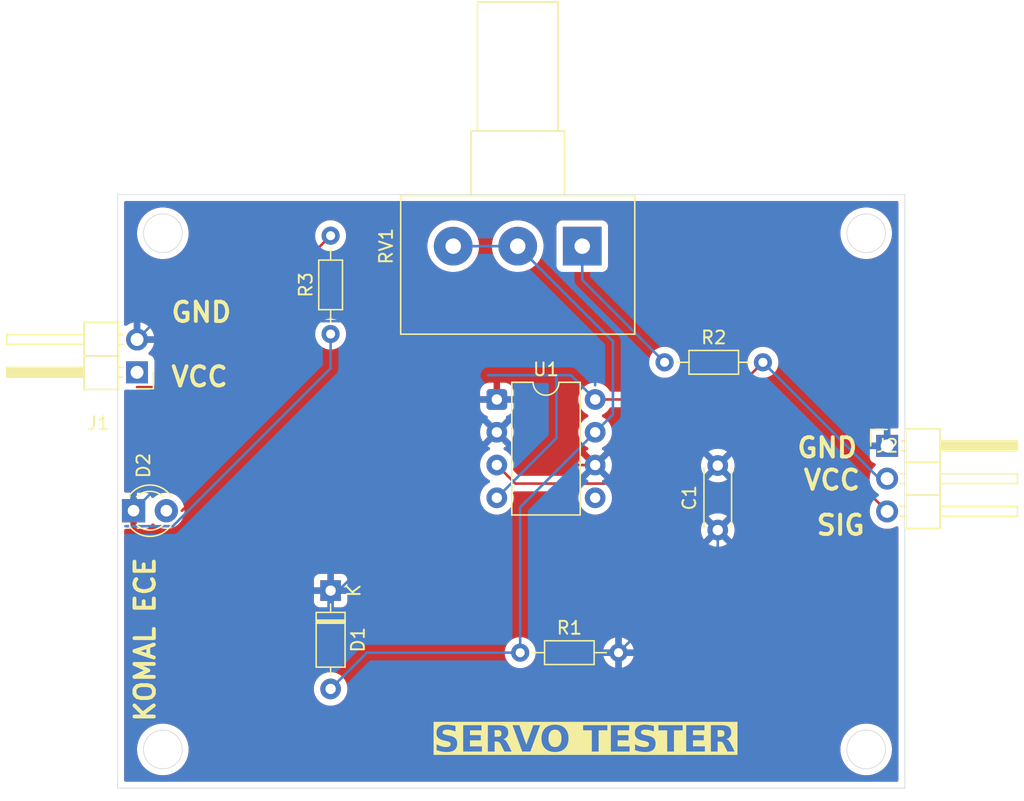
<source format=kicad_pcb>
(kicad_pcb (version 20241229) (generator "pcbnew") (generator_version "9.0")
  (layers (0 "F.Cu" signal) (2 "B.Cu" signal) (13 "F.Paste" user) (15 "B.Paste" user) (5 "F.SilkS" user "F.Silkscreen") (7 "B.SilkS" user "B.Silkscreen") (1 "F.Mask" user) (3 "B.Mask" user) (25 "Edge.Cuts" user))
  (net 0 "")
  (net 1 "GND")
  (net 2 "Net-(D1-A)")
  (net 3 "Net-(D2-A)")
  (net 4 "/VCC")
  (net 5 "/SIG")
  (net 6 "Net-(R2-Pad1)")
  (footprint "Resistor_THT:R_Axial_DIN0204_L3.6mm_D1.6mm_P7.62mm_Horizontal" (layer "F.Cu") (at 140.69 109.5)
    (property "Reference" "R1" (at 3.81 -1.92 0) (layer "F.SilkS"))
    (property "Value" "3M3")
    (fp_line (start 0.94 0) (end 1.89 0) (stroke (width 0.12)) (layer "F.SilkS"))
    (fp_line (start 1.89 -0.92) (end 1.89 0.92) (stroke (width 0.12)) (layer "F.SilkS"))
    (fp_line (start 1.89 0.92) (end 5.73 0.92) (stroke (width 0.12)) (layer "F.SilkS"))
    (fp_line (start 5.73 -0.92) (end 1.89 -0.92) (stroke (width 0.12)) (layer "F.SilkS"))
    (fp_line (start 5.73 0.92) (end 5.73 -0.92) (stroke (width 0.12)) (layer "F.SilkS"))
    (fp_line (start 6.68 0) (end 5.73 0) (stroke (width 0.12)) (layer "F.SilkS"))
    (pad "1" thru_hole circle (at 0 0) (size 1.4 1.4) (drill 0.7) (layers "*.Cu" "*.Mask") (net 2 "Net-(D1-A)"))
    (pad "2" thru_hole oval (at 7.62 0) (size 1.4 1.4) (drill 0.7) (layers "*.Cu" "*.Mask") (net 1 "GND"))
  )
  (footprint "Package_DIP:DIP-8_W7.62mm" (layer "F.Cu") (at 138.88 89.88)
    (property "Reference" "U1" (at 3.81 -2.33 0) (layer "F.SilkS"))
    (property "Value" "NE555P")
    (fp_line (start 1.16 -1.33) (end 1.16 8.95) (stroke (width 0.12)) (layer "F.SilkS"))
    (fp_line (start 1.16 8.95) (end 6.46 8.95) (stroke (width 0.12)) (layer "F.SilkS"))
    (fp_line (start 2.81 -1.33) (end 1.16 -1.33) (stroke (width 0.12)) (layer "F.SilkS"))
    (fp_line (start 6.46 -1.33) (end 4.81 -1.33) (stroke (width 0.12)) (layer "F.SilkS"))
    (fp_line (start 6.46 8.95) (end 6.46 -1.33) (stroke (width 0.12)) (layer "F.SilkS"))
    (fp_arc (start 4.81 -1.33) (mid 3.81 -0.33) (end 2.81 -1.33) (stroke (width 0.12)) (layer "F.SilkS"))
    (pad "1" thru_hole roundrect (at 0 0) (size 1.6 1.6) (drill 0.8) (layers "*.Cu" "*.Mask") (roundrect_rratio 0.15625) (net 1 "GND"))
    (pad "2" thru_hole circle (at 0 2.54) (size 1.6 1.6) (drill 0.8) (layers "*.Cu" "*.Mask") (net 1 "GND"))
    (pad "3" thru_hole circle (at 0 5.08) (size 1.6 1.6) (drill 0.8) (layers "*.Cu" "*.Mask") (net 5 "/SIG"))
    (pad "4" thru_hole circle (at 0 7.62) (size 1.6 1.6) (drill 0.8) (layers "*.Cu" "*.Mask") (net 4 "/VCC"))
    (pad "5" thru_hole circle (at 7.62 7.62) (size 1.6 1.6) (drill 0.8) (layers "*.Cu" "*.Mask"))
    (pad "6" thru_hole circle (at 7.62 5.08) (size 1.6 1.6) (drill 0.8) (layers "*.Cu" "*.Mask") (net 1 "GND"))
    (pad "7" thru_hole circle (at 7.62 2.54) (size 1.6 1.6) (drill 0.8) (layers "*.Cu" "*.Mask") (net 2 "Net-(D1-A)"))
    (pad "8" thru_hole circle (at 7.62 0) (size 1.6 1.6) (drill 0.8) (layers "*.Cu" "*.Mask") (net 4 "/VCC"))
  )
  (footprint "Connector_PinHeader_2.54mm:PinHeader_1x02_P2.54mm_Horizontal" (layer "F.Cu") (at 111 87.775 180)
    (property "Reference" "J1" (at 3 -3.96 0) (layer "F.SilkS"))
    (property "Value" "Conn_01x02_Pin")
    (fp_line (start 10.1 2.92) (end 4.1 2.92) (stroke (width 0.12)) (layer "F.SilkS"))
    (fp_line (start 10.1 2.16) (end 10.1 2.92) (stroke (width 0.12)) (layer "F.SilkS"))
    (fp_line (start 10.1 0.38) (end 4.1 0.38) (stroke (width 0.12)) (layer "F.SilkS"))
    (fp_line (start 10.1 -0.38) (end 10.1 0.38) (stroke (width 0.12)) (layer "F.SilkS"))
    (fp_line (start 4.1 3.87) (end 4.1 -1.33) (stroke (width 0.12)) (layer "F.SilkS"))
    (fp_line (start 4.1 2.16) (end 10.1 2.16) (stroke (width 0.12)) (layer "F.SilkS"))
    (fp_line (start 4.1 0.28) (end 10.1 0.28) (stroke (width 0.12)) (layer "F.SilkS"))
    (fp_line (start 4.1 0.16) (end 10.1 0.16) (stroke (width 0.12)) (layer "F.SilkS"))
    (fp_line (start 4.1 0.04) (end 10.1 0.04) (stroke (width 0.12)) (layer "F.SilkS"))
    (fp_line (start 4.1 -0.08) (end 10.1 -0.08) (stroke (width 0.12)) (layer "F.SilkS"))
    (fp_line (start 4.1 -0.2) (end 10.1 -0.2) (stroke (width 0.12)) (layer "F.SilkS"))
    (fp_line (start 4.1 -0.32) (end 10.1 -0.32) (stroke (width 0.12)) (layer "F.SilkS"))
    (fp_line (start 4.1 -0.38) (end 10.1 -0.38) (stroke (width 0.12)) (layer "F.SilkS"))
    (fp_line (start 4.1 -1.33) (end 1.44 -1.33) (stroke (width 0.12)) (layer "F.SilkS"))
    (fp_line (start 1.44 3.87) (end 4.1 3.87) (stroke (width 0.12)) (layer "F.SilkS"))
    (fp_line (start 1.44 1.27) (end 4.1 1.27) (stroke (width 0.12)) (layer "F.SilkS"))
    (fp_line (start 1.44 -1.33) (end 1.44 3.87) (stroke (width 0.12)) (layer "F.SilkS"))
    (fp_line (start 1.11 0.38) (end 1.44 0.38) (stroke (width 0.12)) (layer "F.SilkS"))
    (fp_line (start 1.11 -0.38) (end 1.44 -0.38) (stroke (width 0.12)) (layer "F.SilkS"))
    (fp_line (start 1.042929 2.92) (end 1.44 2.92) (stroke (width 0.12)) (layer "F.SilkS"))
    (fp_line (start 1.042929 2.16) (end 1.44 2.16) (stroke (width 0.12)) (layer "F.SilkS"))
    (fp_line (start -1.27 0) (end -1.27 -1.27) (stroke (width 0.12)) (layer "F.SilkS"))
    (fp_line (start -1.27 -1.27) (end 0 -1.27) (stroke (width 0.12)) (layer "F.SilkS"))
    (pad "1" thru_hole rect (at 0 0 180) (size 1.7 1.7) (drill 1) (layers "*.Cu" "*.Mask") (net 4 "/VCC"))
    (pad "2" thru_hole oval (at 0 2.54 180) (size 1.7 1.7) (drill 1) (layers "*.Cu" "*.Mask") (net 1 "GND"))
  )
  (footprint "Capacitor_THT:C_Disc_D4.3mm_W1.9mm_P5.00mm" (layer "F.Cu") (at 156 100 90)
    (property "Reference" "C1" (at 2.5 -2.2 90) (layer "F.SilkS"))
    (property "Value" "22nF")
    (fp_line (start 4.77 -1.07) (end 4.77 -1.055) (stroke (width 0.12)) (layer "F.SilkS"))
    (fp_line (start 0.23 -1.07) (end 4.77 -1.07) (stroke (width 0.12)) (layer "F.SilkS"))
    (fp_line (start 0.23 -1.07) (end 0.23 -1.055) (stroke (width 0.12)) (layer "F.SilkS"))
    (fp_line (start 4.77 1.055) (end 4.77 1.07) (stroke (width 0.12)) (layer "F.SilkS"))
    (fp_line (start 0.23 1.055) (end 0.23 1.07) (stroke (width 0.12)) (layer "F.SilkS"))
    (fp_line (start 0.23 1.07) (end 4.77 1.07) (stroke (width 0.12)) (layer "F.SilkS"))
    (pad "1" thru_hole circle (at 0 0 90) (size 1.6 1.6) (drill 0.8) (layers "*.Cu" "*.Mask") (net 1 "GND"))
    (pad "2" thru_hole circle (at 5 0 90) (size 1.6 1.6) (drill 0.8) (layers "*.Cu" "*.Mask") (net 1 "GND"))
  )
  (footprint "Connector_PinHeader_2.54mm:PinHeader_1x03_P2.54mm_Horizontal" (layer "F.Cu") (at 169.125 93.475)
    (property "Reference" "J2" (at 0 0 0) (layer "F.SilkS"))
    (property "Value" "Conn_01x03_Pin")
    (fp_line (start -1.27 -1.27) (end 0 -1.27) (stroke (width 0.12)) (layer "F.SilkS"))
    (fp_line (start -1.27 0) (end -1.27 -1.27) (stroke (width 0.12)) (layer "F.SilkS"))
    (fp_line (start 1.042929 2.16) (end 1.44 2.16) (stroke (width 0.12)) (layer "F.SilkS"))
    (fp_line (start 1.042929 2.92) (end 1.44 2.92) (stroke (width 0.12)) (layer "F.SilkS"))
    (fp_line (start 1.042929 4.7) (end 1.44 4.7) (stroke (width 0.12)) (layer "F.SilkS"))
    (fp_line (start 1.042929 5.46) (end 1.44 5.46) (stroke (width 0.12)) (layer "F.SilkS"))
    (fp_line (start 1.11 -0.38) (end 1.44 -0.38) (stroke (width 0.12)) (layer "F.SilkS"))
    (fp_line (start 1.11 0.38) (end 1.44 0.38) (stroke (width 0.12)) (layer "F.SilkS"))
    (fp_line (start 1.44 -1.33) (end 1.44 6.41) (stroke (width 0.12)) (layer "F.SilkS"))
    (fp_line (start 1.44 1.27) (end 4.1 1.27) (stroke (width 0.12)) (layer "F.SilkS"))
    (fp_line (start 1.44 3.81) (end 4.1 3.81) (stroke (width 0.12)) (layer "F.SilkS"))
    (fp_line (start 1.44 6.41) (end 4.1 6.41) (stroke (width 0.12)) (layer "F.SilkS"))
    (fp_line (start 4.1 -1.33) (end 1.44 -1.33) (stroke (width 0.12)) (layer "F.SilkS"))
    (fp_line (start 4.1 -0.38) (end 10.1 -0.38) (stroke (width 0.12)) (layer "F.SilkS"))
    (fp_line (start 4.1 -0.32) (end 10.1 -0.32) (stroke (width 0.12)) (layer "F.SilkS"))
    (fp_line (start 4.1 -0.2) (end 10.1 -0.2) (stroke (width 0.12)) (layer "F.SilkS"))
    (fp_line (start 4.1 -0.08) (end 10.1 -0.08) (stroke (width 0.12)) (layer "F.SilkS"))
    (fp_line (start 4.1 0.04) (end 10.1 0.04) (stroke (width 0.12)) (layer "F.SilkS"))
    (fp_line (start 4.1 0.16) (end 10.1 0.16) (stroke (width 0.12)) (layer "F.SilkS"))
    (fp_line (start 4.1 0.28) (end 10.1 0.28) (stroke (width 0.12)) (layer "F.SilkS"))
    (fp_line (start 4.1 2.16) (end 10.1 2.16) (stroke (width 0.12)) (layer "F.SilkS"))
    (fp_line (start 4.1 4.7) (end 10.1 4.7) (stroke (width 0.12)) (layer "F.SilkS"))
    (fp_line (start 4.1 6.41) (end 4.1 -1.33) (stroke (width 0.12)) (layer "F.SilkS"))
    (fp_line (start 10.1 -0.38) (end 10.1 0.38) (stroke (width 0.12)) (layer "F.SilkS"))
    (fp_line (start 10.1 0.38) (end 4.1 0.38) (stroke (width 0.12)) (layer "F.SilkS"))
    (fp_line (start 10.1 2.16) (end 10.1 2.92) (stroke (width 0.12)) (layer "F.SilkS"))
    (fp_line (start 10.1 2.92) (end 4.1 2.92) (stroke (width 0.12)) (layer "F.SilkS"))
    (fp_line (start 10.1 4.7) (end 10.1 5.46) (stroke (width 0.12)) (layer "F.SilkS"))
    (fp_line (start 10.1 5.46) (end 4.1 5.46) (stroke (width 0.12)) (layer "F.SilkS"))
    (pad "1" thru_hole rect (at 0 0) (size 1.7 1.7) (drill 1) (layers "*.Cu" "*.Mask") (net 1 "GND"))
    (pad "2" thru_hole oval (at 0 2.54) (size 1.7 1.7) (drill 1) (layers "*.Cu" "*.Mask") (net 4 "/VCC"))
    (pad "3" thru_hole oval (at 0 5.08) (size 1.7 1.7) (drill 1) (layers "*.Cu" "*.Mask") (net 5 "/SIG"))
  )
  (footprint "Resistor_THT:R_Axial_DIN0204_L3.6mm_D1.6mm_P7.62mm_Horizontal" (layer "F.Cu") (at 151.88 87)
    (property "Reference" "R2" (at 3.81 -1.92 0) (layer "F.SilkS"))
    (property "Value" "56k")
    (fp_line (start 0.94 0) (end 1.89 0) (stroke (width 0.12)) (layer "F.SilkS"))
    (fp_line (start 1.89 -0.92) (end 1.89 0.92) (stroke (width 0.12)) (layer "F.SilkS"))
    (fp_line (start 1.89 0.92) (end 5.73 0.92) (stroke (width 0.12)) (layer "F.SilkS"))
    (fp_line (start 5.73 -0.92) (end 1.89 -0.92) (stroke (width 0.12)) (layer "F.SilkS"))
    (fp_line (start 5.73 0.92) (end 5.73 -0.92) (stroke (width 0.12)) (layer "F.SilkS"))
    (fp_line (start 6.68 0) (end 5.73 0) (stroke (width 0.12)) (layer "F.SilkS"))
    (pad "1" thru_hole circle (at 0 0) (size 1.4 1.4) (drill 0.7) (layers "*.Cu" "*.Mask") (net 6 "Net-(R2-Pad1)"))
    (pad "2" thru_hole oval (at 7.62 0) (size 1.4 1.4) (drill 0.7) (layers "*.Cu" "*.Mask") (net 4 "/VCC"))
  )
  (footprint "LED_THT:LED_D3.0mm" (layer "F.Cu") (at 110.73 98.5)
    (property "Reference" "D2" (at 0.77 -3.5 90) (layer "F.SilkS"))
    (property "Value" "LED")
    (fp_line (start -0.29 -1.236) (end -0.29 -1.08) (stroke (width 0.12)) (layer "F.SilkS"))
    (fp_line (start -0.29 1.08) (end -0.29 1.236) (stroke (width 0.12)) (layer "F.SilkS"))
    (fp_arc (start -0.29 -1.235516) (mid 1.365624 -1.987701) (end 2.941397 -1.080061) (stroke (width 0.12)) (layer "F.SilkS"))
    (fp_arc (start 0.229039 -1.08) (mid 1.269964 -1.5) (end 2.31091 -1.080049) (stroke (width 0.12)) (layer "F.SilkS"))
    (fp_arc (start 2.31091 1.080049) (mid 1.269964 1.5) (end 0.229039 1.08) (stroke (width 0.12)) (layer "F.SilkS"))
    (fp_arc (start 2.941397 1.080061) (mid 1.365624 1.987701) (end -0.29 1.235516) (stroke (width 0.12)) (layer "F.SilkS"))
    (pad "1" thru_hole rect (at 0 0) (size 1.8 1.8) (drill 0.9) (layers "*.Cu" "*.Mask") (net 1 "GND"))
    (pad "2" thru_hole circle (at 2.54 0) (size 1.8 1.8) (drill 0.9) (layers "*.Cu" "*.Mask") (net 3 "Net-(D2-A)"))
  )
  (footprint "Diode_THT:D_DO-35_SOD27_P7.62mm_Horizontal" (layer "F.Cu") (at 126 104.69 -90)
    (property "Reference" "D1" (at 3.81 -2.12 90) (layer "F.SilkS"))
    (property "Value" "1N4148")
    (fp_line (start 1.69 1.12) (end 5.93 1.12) (stroke (width 0.12)) (layer "F.SilkS"))
    (fp_line (start 5.93 1.12) (end 5.93 -1.12) (stroke (width 0.12)) (layer "F.SilkS"))
    (fp_line (start 1.04 0) (end 1.69 0) (stroke (width 0.12)) (layer "F.SilkS"))
    (fp_line (start 6.58 0) (end 5.93 0) (stroke (width 0.12)) (layer "F.SilkS"))
    (fp_line (start 1.69 -1.12) (end 1.69 1.12) (stroke (width 0.12)) (layer "F.SilkS"))
    (fp_line (start 2.29 -1.12) (end 2.29 1.12) (stroke (width 0.12)) (layer "F.SilkS"))
    (fp_line (start 2.41 -1.12) (end 2.41 1.12) (stroke (width 0.12)) (layer "F.SilkS"))
    (fp_line (start 2.53 -1.12) (end 2.53 1.12) (stroke (width 0.12)) (layer "F.SilkS"))
    (fp_line (start 5.93 -1.12) (end 1.69 -1.12) (stroke (width 0.12)) (layer "F.SilkS"))
    (fp_text user "K" (at 0 -1.8 90) (layer "F.SilkS"))
    (pad "1" thru_hole rect (at 0 0 270) (size 1.6 1.6) (drill 0.8) (layers "*.Cu" "*.Mask") (net 1 "GND"))
    (pad "2" thru_hole oval (at 7.62 0 270) (size 1.6 1.6) (drill 0.8) (layers "*.Cu" "*.Mask") (net 2 "Net-(D1-A)"))
  )
  (footprint "Potentiometer_THT:Potentiometer_Alps_RK163_Single_Horizontal" (layer "F.Cu") (at 145.5 78 -90)
    (property "Reference" "RV1" (at 0 15.2 90) (layer "F.SilkS"))
    (property "Value" "100k")
    (fp_line (start -3.92 14.07) (end -3.92 -4.07) (stroke (width 0.12)) (layer "F.SilkS"))
    (fp_line (start 6.82 14.07) (end -3.92 14.07) (stroke (width 0.12)) (layer "F.SilkS"))
    (fp_line (start 6.82 14.07) (end 6.82 -4.07) (stroke (width 0.12)) (layer "F.SilkS"))
    (fp_line (start -8.92 8.62) (end -8.92 1.38) (stroke (width 0.12)) (layer "F.SilkS"))
    (fp_line (start -3.92 8.62) (end -8.92 8.62) (stroke (width 0.12)) (layer "F.SilkS"))
    (fp_line (start -18.92 8.12) (end -18.92 1.88) (stroke (width 0.12)) (layer "F.SilkS"))
    (fp_line (start -8.92 8.12) (end -18.92 8.12) (stroke (width 0.12)) (layer "F.SilkS"))
    (fp_line (start -8.92 1.88) (end -18.92 1.88) (stroke (width 0.12)) (layer "F.SilkS"))
    (fp_line (start -3.92 1.38) (end -8.92 1.38) (stroke (width 0.12)) (layer "F.SilkS"))
    (fp_line (start 6.82 -4.07) (end -3.92 -4.07) (stroke (width 0.12)) (layer "F.SilkS"))
    (pad "1" thru_hole rect (at 0 0 90) (size 3 3) (drill 1.2) (layers "*.Cu" "*.Mask") (net 6 "Net-(R2-Pad1)"))
    (pad "2" thru_hole circle (at 0 5 90) (size 3 3) (drill 1.2) (layers "*.Cu" "*.Mask") (net 2 "Net-(D1-A)"))
    (pad "3" thru_hole circle (at 0 10 90) (size 3 3) (drill 1.2) (layers "*.Cu" "*.Mask") (net 2 "Net-(D1-A)"))
  )
  (footprint "Resistor_THT:R_Axial_DIN0204_L3.6mm_D1.6mm_P7.62mm_Horizontal" (layer "F.Cu") (at 126 84.81 90)
    (property "Reference" "R3" (at 3.81 -1.92 90) (layer "F.SilkS"))
    (property "Value" "1k")
    (fp_line (start 5.73 -0.92) (end 1.89 -0.92) (stroke (width 0.12)) (layer "F.SilkS"))
    (fp_line (start 1.89 -0.92) (end 1.89 0.92) (stroke (width 0.12)) (layer "F.SilkS"))
    (fp_line (start 6.68 0) (end 5.73 0) (stroke (width 0.12)) (layer "F.SilkS"))
    (fp_line (start 0.94 0) (end 1.89 0) (stroke (width 0.12)) (layer "F.SilkS"))
    (fp_line (start 5.73 0.92) (end 5.73 -0.92) (stroke (width 0.12)) (layer "F.SilkS"))
    (fp_line (start 1.89 0.92) (end 5.73 0.92) (stroke (width 0.12)) (layer "F.SilkS"))
    (pad "1" thru_hole circle (at 0 0 90) (size 1.4 1.4) (drill 0.7) (layers "*.Cu" "*.Mask") (net 4 "/VCC"))
    (pad "2" thru_hole oval (at 7.62 0 90) (size 1.4 1.4) (drill 0.7) (layers "*.Cu" "*.Mask") (net 3 "Net-(D2-A)"))
  )
  (gr_circle (center 113 117) (end 114.5 117) (stroke (width 0.05)) (fill no) (layer "Edge.Cuts"))
  (gr_rect (start 109.5 74) (end 170.5 120) (stroke (width 0.05)) (fill no) (layer "Edge.Cuts"))
  (gr_circle (center 167.5 77) (end 169 77) (stroke (width 0.05)) (fill no) (layer "Edge.Cuts"))
  (gr_circle (center 113 77) (end 114.5 77) (stroke (width 0.05)) (fill no) (layer "Edge.Cuts"))
  (gr_circle (center 167.5 117) (end 169 117) (stroke (width 0.05)) (fill no) (layer "Edge.Cuts"))
  (gr_text "KOMAL ECE" (at 112.5 115 90) (layer "F.SilkS") (effects (font (size 1.5 1.5) (thickness 0.3) (bold yes)) (justify left bottom)))
  (gr_text "VCC" (at 113.5 89 0) (layer "F.SilkS") (effects (font (size 1.5 1.5) (thickness 0.3) (bold yes)) (justify left bottom)))
  (gr_text "GND" (at 113.5 84 0) (layer "F.SilkS") (effects (font (size 1.5 1.5) (thickness 0.3) (bold yes)) (justify left bottom)))
  (gr_text "VCC" (at 162.5 97 0) (layer "F.SilkS") (effects (font (size 1.5 1.5) (thickness 0.3) (bold yes)) (justify left bottom)))
  (gr_text "SERVO TESTER" (at 134 117.5 0) (layer "F.SilkS" knockout) (effects (font (size 2 2) (thickness 0.3) (bold yes)) (justify left bottom)))
  (gr_text "SIG" (at 163.5 100.5 0) (layer "F.SilkS") (effects (font (size 1.5 1.5) (thickness 0.3) (bold yes)) (justify left bottom)))
  (gr_text "GND" (at 162 94.5 0) (layer "F.SilkS") (effects (font (size 1.5 1.5) (thickness 0.3) (bold yes)) (justify left bottom)))
  (segment (start 146.5 94.96) (end 141.42 94.96) (width 0.2) (layer "F.Cu") (net 1))
  (segment (start 123.091 89.88) (end 114.471 98.5) (width 0.2) (layer "F.Cu") (net 1))
  (segment (start 138.88 89.88) (end 123.091 89.88) (width 0.2) (layer "F.Cu") (net 1))
  (segment (start 141.42 94.96) (end 138.88 92.42) (width 0.2) (layer "F.Cu") (net 1))
  (segment (start 151.905 105.905) (end 148.31 109.5) (width 0.2) (layer "B.Cu") (net 1))
  (segment (start 111 85.235) (end 112.426 83.809) (width 0.2) (layer "B.Cu") (net 1))
  (segment (start 141.98605 83.809) (end 146.5 88.32295) (width 0.2) (layer "B.Cu") (net 1))
  (segment (start 112.55355 96.67645) (end 112.55355 86.78855) (width 0.2) (layer "B.Cu") (net 1))
  (segment (start 110.73 98.5) (end 112.55355 96.67645) (width 0.2) (layer "B.Cu") (net 1))
  (segment (start 156 100) (end 156 101.81) (width 0.2) (layer "B.Cu") (net 1))
  (segment (start 146.5 94.96) (end 151.905 100.365) (width 0.2) (layer "B.Cu") (net 1))
  (segment (start 146.5 88.32295) (end 146.5 88.779) (width 0.2) (layer "B.Cu") (net 1))
  (segment (start 112.426 83.809) (end 141.98605 83.809) (width 0.2) (layer "B.Cu") (net 1))
  (segment (start 151.905 100.365) (end 151.905 105.905) (width 0.2) (layer "B.Cu") (net 1))
  (segment (start 156 101.81) (end 151.905 105.905) (width 0.2) (layer "B.Cu") (net 1))
  (segment (start 126.61 104.69) (end 138.88 92.42) (width 0.2) (layer "B.Cu") (net 1))
  (segment (start 126 104.69) (end 126.61 104.69) (width 0.2) (layer "B.Cu") (net 1))
  (segment (start 140.69 109.5) (end 128.81 109.5) (width 0.2) (layer "B.Cu") (net 2))
  (segment (start 147.875628 85.375628) (end 140.5 78) (width 0.2) (layer "B.Cu") (net 2))
  (segment (start 140.69 98.23) (end 140.69 109.5) (width 0.2) (layer "B.Cu") (net 2))
  (segment (start 146.5 92.42) (end 140.69 98.23) (width 0.2) (layer "B.Cu") (net 2))
  (segment (start 128.81 109.5) (end 126 112.31) (width 0.2) (layer "B.Cu") (net 2))
  (segment (start 146.5 92.42) (end 147.875628 91.044372) (width 0.2) (layer "B.Cu") (net 2))
  (segment (start 140.5 78) (end 135.5 78) (width 0.2) (layer "B.Cu") (net 2))
  (segment (start 147.875628 91.044372) (end 147.875628 85.375628) (width 0.2) (layer "B.Cu") (net 2))
  (segment (start 126 77.19) (end 116.19 87) (width 0.2) (layer "F.Cu") (net 3))
  (segment (start 116.19 87) (end 115.5 87) (width 0.2) (layer "F.Cu") (net 3))
  (segment (start 113.574 88.926) (end 111 88.926) (width 0.2) (layer "F.Cu") (net 3))
  (segment (start 115.5 87) (end 113.574 88.926) (width 0.2) (layer "F.Cu") (net 3))
  (segment (start 153 90.5) (end 152.38 89.88) (width 0.2) (layer "F.Cu") (net 4))
  (segment (start 159.5 87) (end 156 90.5) (width 0.2) (layer "F.Cu") (net 4))
  (segment (start 152.38 89.88) (end 146.5 89.88) (width 0.2) (layer "F.Cu") (net 4))
  (segment (start 156 90.5) (end 153 90.5) (width 0.2) (layer "F.Cu") (net 4))
  (segment (start 146.5 89.88) (end 144.62 88) (width 0.2) (layer "B.Cu") (net 4))
  (segment (start 113.767471 99.701) (end 113 99.701) (width 0.2) (layer "B.Cu") (net 4))
  (segment (start 159.5 87) (end 168.515 96.015) (width 0.2) (layer "B.Cu") (net 4))
  (segment (start 113 99.701) (end 110.101 99.701) (width 0.2) (layer "B.Cu") (net 4))
  (segment (start 138.88 97.5) (end 143.5 92.88) (width 0.2) (layer "B.Cu") (net 4))
  (segment (start 126 87.468471) (end 113.767471 99.701) (width 0.2) (layer "B.Cu") (net 4))
  (segment (start 143.5 92.88) (end 143.5 88) (width 0.2) (layer "B.Cu") (net 4))
  (segment (start 168.515 96.015) (end 169.125 96.015) (width 0.2) (layer "B.Cu") (net 4))
  (segment (start 144.62 88) (end 143.5 88) (width 0.2) (layer "B.Cu") (net 4))
  (segment (start 143.5 88) (end 138.225628 88) (width 0.2) (layer "B.Cu") (net 4))
  (segment (start 126 84.81) (end 126 87.468471) (width 0.2) (layer "B.Cu") (net 4))
  (segment (start 169.125 98.555) (end 166.969 96.399) (width 0.2) (layer "F.Cu") (net 5))
  (segment (start 166.969 96.399) (end 140.319 96.399) (width 0.2) (layer "F.Cu") (net 5))
  (segment (start 140.319 96.399) (end 138.88 94.96) (width 0.2) (layer "F.Cu") (net 5))
  (segment (start 145.5 78) (end 145.5 80.62) (width 0.2) (layer "B.Cu") (net 6))
  (segment (start 145.5 80.62) (end 151.88 87) (width 0.2) (layer "B.Cu") (net 6))
  (zone (net 1) (net_name "GND") (layers "F.Cu" "B.Cu") (connect_pads (clearance 0.5)) (min_thickness 0.25) (fill yes (thermal_gap 0.5) (thermal_bridge_width 0.5))
    (polygon (pts (xy 109 120.5) (xy 171.5 121) (xy 171 73) (xy 112.5 71.95) (xy 108.5 71.95) (xy 109 71.95) (xy 109 74.5)))
  )
)
</source>
